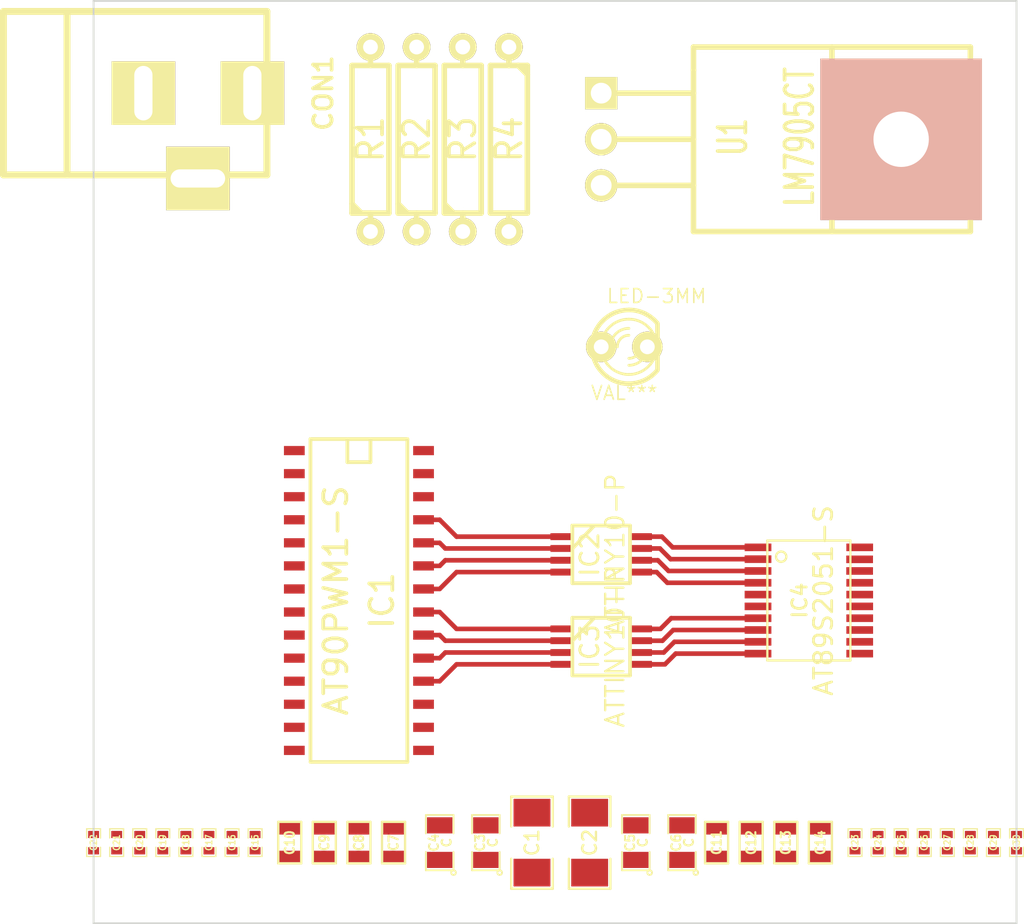
<source format=kicad_pcb>
(kicad_pcb (version 3) (host pcbnew "(2013-07-07 BZR 4022)-stable")

  (general
    (links 22)
    (no_connects 7)
    (area 177.749999 91.389999 228.650001 142.290001)
    (thickness 1.6)
    (drawings 4)
    (tracks 48)
    (zones 0)
    (modules 41)
    (nets 20)
  )

  (page A3)
  (layers
    (15 F.Cu signal)
    (0 B.Cu signal)
    (16 B.Adhes user)
    (17 F.Adhes user)
    (18 B.Paste user)
    (19 F.Paste user)
    (20 B.SilkS user)
    (21 F.SilkS user)
    (22 B.Mask user)
    (23 F.Mask user)
    (24 Dwgs.User user)
    (25 Cmts.User user)
    (26 Eco1.User user)
    (27 Eco2.User user)
    (28 Edge.Cuts user)
  )

  (setup
    (last_trace_width 0.254)
    (trace_clearance 0.254)
    (zone_clearance 0.508)
    (zone_45_only no)
    (trace_min 0.254)
    (segment_width 0.2)
    (edge_width 0.1)
    (via_size 0.889)
    (via_drill 0.635)
    (via_min_size 0.889)
    (via_min_drill 0.508)
    (uvia_size 0.508)
    (uvia_drill 0.127)
    (uvias_allowed no)
    (uvia_min_size 0.508)
    (uvia_min_drill 0.127)
    (pcb_text_width 0.3)
    (pcb_text_size 1.5 1.5)
    (mod_edge_width 0.15)
    (mod_text_size 1 1)
    (mod_text_width 0.15)
    (pad_size 1.5 1.5)
    (pad_drill 0.6)
    (pad_to_mask_clearance 0)
    (aux_axis_origin 0 0)
    (visible_elements FFFFFFBF)
    (pcbplotparams
      (layerselection 3178497)
      (usegerberextensions true)
      (excludeedgelayer true)
      (linewidth 0.150000)
      (plotframeref false)
      (viasonmask false)
      (mode 1)
      (useauxorigin false)
      (hpglpennumber 1)
      (hpglpenspeed 20)
      (hpglpendiameter 15)
      (hpglpenoverlay 2)
      (psnegative false)
      (psa4output false)
      (plotreference true)
      (plotvalue true)
      (plotothertext true)
      (plotinvisibletext false)
      (padsonsilk false)
      (subtractmaskfromsilk false)
      (outputformat 1)
      (mirror false)
      (drillshape 1)
      (scaleselection 1)
      (outputdirectory ""))
  )

  (net 0 "")
  (net 1 GND)
  (net 2 N-000001)
  (net 3 N-0000014)
  (net 4 N-0000015)
  (net 5 N-0000016)
  (net 6 N-0000018)
  (net 7 N-0000019)
  (net 8 N-000002)
  (net 9 N-0000020)
  (net 10 N-0000021)
  (net 11 N-0000022)
  (net 12 N-0000023)
  (net 13 N-0000057)
  (net 14 N-0000058)
  (net 15 N-0000059)
  (net 16 N-0000084)
  (net 17 N-0000086)
  (net 18 N-0000087)
  (net 19 N-0000090)

  (net_class Default "This is the default net class."
    (clearance 0.254)
    (trace_width 0.254)
    (via_dia 0.889)
    (via_drill 0.635)
    (uvia_dia 0.508)
    (uvia_drill 0.127)
    (add_net "")
    (add_net GND)
    (add_net N-000001)
    (add_net N-0000014)
    (add_net N-0000015)
    (add_net N-0000016)
    (add_net N-0000018)
    (add_net N-0000019)
    (add_net N-000002)
    (add_net N-0000020)
    (add_net N-0000021)
    (add_net N-0000022)
    (add_net N-0000023)
    (add_net N-0000057)
    (add_net N-0000058)
    (add_net N-0000059)
    (add_net N-0000084)
    (add_net N-0000086)
    (add_net N-0000087)
    (add_net N-0000090)
  )

  (module SM0402 (layer F.Cu) (tedit 50A4E0BA) (tstamp 52F2E19E)
    (at 228.6 137.795 90)
    (path /52E254EA)
    (attr smd)
    (fp_text reference C30 (at 0 0 90) (layer F.SilkS)
      (effects (font (size 0.35052 0.3048) (thickness 0.07112)))
    )
    (fp_text value C (at 0.09906 0 90) (layer F.SilkS) hide
      (effects (font (size 0.35052 0.3048) (thickness 0.07112)))
    )
    (fp_line (start -0.254 -0.381) (end -0.762 -0.381) (layer F.SilkS) (width 0.07112))
    (fp_line (start -0.762 -0.381) (end -0.762 0.381) (layer F.SilkS) (width 0.07112))
    (fp_line (start -0.762 0.381) (end -0.254 0.381) (layer F.SilkS) (width 0.07112))
    (fp_line (start 0.254 -0.381) (end 0.762 -0.381) (layer F.SilkS) (width 0.07112))
    (fp_line (start 0.762 -0.381) (end 0.762 0.381) (layer F.SilkS) (width 0.07112))
    (fp_line (start 0.762 0.381) (end 0.254 0.381) (layer F.SilkS) (width 0.07112))
    (pad 1 smd rect (at -0.44958 0 90) (size 0.39878 0.59944)
      (layers F.Cu F.Paste F.Mask)
    )
    (pad 2 smd rect (at 0.44958 0 90) (size 0.39878 0.59944)
      (layers F.Cu F.Paste F.Mask)
    )
    (model smd\chip_cms.wrl
      (at (xyz 0 0 0.002))
      (scale (xyz 0.05 0.05 0.05))
      (rotate (xyz 0 0 0))
    )
  )

  (module R4 (layer F.Cu) (tedit 200000) (tstamp 52EFDD86)
    (at 200.66 99.06 270)
    (descr "Resitance 4 pas")
    (tags R)
    (path /52E230CA)
    (autoplace_cost180 10)
    (fp_text reference R4 (at 0 0 270) (layer F.SilkS)
      (effects (font (size 1.397 1.27) (thickness 0.2032)))
    )
    (fp_text value R (at 0 0 270) (layer F.SilkS) hide
      (effects (font (size 1.397 1.27) (thickness 0.2032)))
    )
    (fp_line (start -5.08 0) (end -4.064 0) (layer F.SilkS) (width 0.3048))
    (fp_line (start -4.064 0) (end -4.064 -1.016) (layer F.SilkS) (width 0.3048))
    (fp_line (start -4.064 -1.016) (end 4.064 -1.016) (layer F.SilkS) (width 0.3048))
    (fp_line (start 4.064 -1.016) (end 4.064 1.016) (layer F.SilkS) (width 0.3048))
    (fp_line (start 4.064 1.016) (end -4.064 1.016) (layer F.SilkS) (width 0.3048))
    (fp_line (start -4.064 1.016) (end -4.064 0) (layer F.SilkS) (width 0.3048))
    (fp_line (start -4.064 -0.508) (end -3.556 -1.016) (layer F.SilkS) (width 0.3048))
    (fp_line (start 5.08 0) (end 4.064 0) (layer F.SilkS) (width 0.3048))
    (pad 1 thru_hole circle (at -5.08 0 270) (size 1.524 1.524) (drill 0.8128)
      (layers *.Cu *.Mask F.SilkS)
      (net 18 N-0000087)
    )
    (pad 2 thru_hole circle (at 5.08 0 270) (size 1.524 1.524) (drill 0.8128)
      (layers *.Cu *.Mask F.SilkS)
      (net 1 GND)
    )
    (model discret/resistor.wrl
      (at (xyz 0 0 0))
      (scale (xyz 0.4 0.4 0.4))
      (rotate (xyz 0 0 0))
    )
  )

  (module LED-3MM (layer F.Cu) (tedit 50ADE848) (tstamp 52F03AB4)
    (at 207.01 110.49)
    (descr "LED 3mm - Lead pitch 100mil (2,54mm)")
    (tags "LED led 3mm 3MM 100mil 2,54mm")
    (fp_text reference LED-3MM (at 1.778 -2.794) (layer F.SilkS)
      (effects (font (size 0.762 0.762) (thickness 0.0889)))
    )
    (fp_text value VAL*** (at 0 2.54) (layer F.SilkS)
      (effects (font (size 0.762 0.762) (thickness 0.0889)))
    )
    (fp_line (start 1.8288 1.27) (end 1.8288 -1.27) (layer F.SilkS) (width 0.254))
    (fp_arc (start 0.254 0) (end -1.27 0) (angle 39.8) (layer F.SilkS) (width 0.1524))
    (fp_arc (start 0.254 0) (end -0.88392 1.01092) (angle 41.6) (layer F.SilkS) (width 0.1524))
    (fp_arc (start 0.254 0) (end 1.4097 -0.9906) (angle 40.6) (layer F.SilkS) (width 0.1524))
    (fp_arc (start 0.254 0) (end 1.778 0) (angle 39.8) (layer F.SilkS) (width 0.1524))
    (fp_arc (start 0.254 0) (end 0.254 -1.524) (angle 54.4) (layer F.SilkS) (width 0.1524))
    (fp_arc (start 0.254 0) (end -0.9652 -0.9144) (angle 53.1) (layer F.SilkS) (width 0.1524))
    (fp_arc (start 0.254 0) (end 1.45542 0.93472) (angle 52.1) (layer F.SilkS) (width 0.1524))
    (fp_arc (start 0.254 0) (end 0.254 1.524) (angle 52.1) (layer F.SilkS) (width 0.1524))
    (fp_arc (start 0.254 0) (end -0.381 0) (angle 90) (layer F.SilkS) (width 0.1524))
    (fp_arc (start 0.254 0) (end -0.762 0) (angle 90) (layer F.SilkS) (width 0.1524))
    (fp_arc (start 0.254 0) (end 0.889 0) (angle 90) (layer F.SilkS) (width 0.1524))
    (fp_arc (start 0.254 0) (end 1.27 0) (angle 90) (layer F.SilkS) (width 0.1524))
    (fp_arc (start 0.254 0) (end 0.254 -2.032) (angle 50.1) (layer F.SilkS) (width 0.254))
    (fp_arc (start 0.254 0) (end -1.5367 -0.95504) (angle 61.9) (layer F.SilkS) (width 0.254))
    (fp_arc (start 0.254 0) (end 1.8034 1.31064) (angle 49.7) (layer F.SilkS) (width 0.254))
    (fp_arc (start 0.254 0) (end 0.254 2.032) (angle 60.2) (layer F.SilkS) (width 0.254))
    (fp_arc (start 0.254 0) (end -1.778 0) (angle 28.3) (layer F.SilkS) (width 0.254))
    (fp_arc (start 0.254 0) (end -1.47574 1.06426) (angle 31.6) (layer F.SilkS) (width 0.254))
    (pad 1 thru_hole circle (at -1.27 0) (size 1.6764 1.6764) (drill 0.8128)
      (layers *.Cu *.Mask F.SilkS)
    )
    (pad 2 thru_hole circle (at 1.27 0) (size 1.6764 1.6764) (drill 0.8128)
      (layers *.Cu *.Mask F.SilkS)
    )
    (model discret/leds/led3_vertical_verde.wrl
      (at (xyz 0 0 0))
      (scale (xyz 1 1 1))
      (rotate (xyz 0 0 0))
    )
  )

  (module R4 (layer F.Cu) (tedit 200000) (tstamp 52F27920)
    (at 193.04 99.06 90)
    (descr "Resitance 4 pas")
    (tags R)
    (path /52E2309A)
    (autoplace_cost180 10)
    (fp_text reference R1 (at 0 0 90) (layer F.SilkS)
      (effects (font (size 1.397 1.27) (thickness 0.2032)))
    )
    (fp_text value R (at 0 0 90) (layer F.SilkS) hide
      (effects (font (size 1.397 1.27) (thickness 0.2032)))
    )
    (fp_line (start -5.08 0) (end -4.064 0) (layer F.SilkS) (width 0.3048))
    (fp_line (start -4.064 0) (end -4.064 -1.016) (layer F.SilkS) (width 0.3048))
    (fp_line (start -4.064 -1.016) (end 4.064 -1.016) (layer F.SilkS) (width 0.3048))
    (fp_line (start 4.064 -1.016) (end 4.064 1.016) (layer F.SilkS) (width 0.3048))
    (fp_line (start 4.064 1.016) (end -4.064 1.016) (layer F.SilkS) (width 0.3048))
    (fp_line (start -4.064 1.016) (end -4.064 0) (layer F.SilkS) (width 0.3048))
    (fp_line (start -4.064 -0.508) (end -3.556 -1.016) (layer F.SilkS) (width 0.3048))
    (fp_line (start 5.08 0) (end 4.064 0) (layer F.SilkS) (width 0.3048))
    (pad 1 thru_hole circle (at -5.08 0 90) (size 1.524 1.524) (drill 0.8128)
      (layers *.Cu *.Mask F.SilkS)
      (net 17 N-0000086)
    )
    (pad 2 thru_hole circle (at 5.08 0 90) (size 1.524 1.524) (drill 0.8128)
      (layers *.Cu *.Mask F.SilkS)
      (net 1 GND)
    )
    (model discret/resistor.wrl
      (at (xyz 0 0 0))
      (scale (xyz 0.4 0.4 0.4))
      (rotate (xyz 0 0 0))
    )
  )

  (module R4 (layer F.Cu) (tedit 200000) (tstamp 52F2792E)
    (at 195.58 99.06 90)
    (descr "Resitance 4 pas")
    (tags R)
    (path /52E230ED)
    (autoplace_cost180 10)
    (fp_text reference R2 (at 0 0 90) (layer F.SilkS)
      (effects (font (size 1.397 1.27) (thickness 0.2032)))
    )
    (fp_text value R (at 0 0 90) (layer F.SilkS) hide
      (effects (font (size 1.397 1.27) (thickness 0.2032)))
    )
    (fp_line (start -5.08 0) (end -4.064 0) (layer F.SilkS) (width 0.3048))
    (fp_line (start -4.064 0) (end -4.064 -1.016) (layer F.SilkS) (width 0.3048))
    (fp_line (start -4.064 -1.016) (end 4.064 -1.016) (layer F.SilkS) (width 0.3048))
    (fp_line (start 4.064 -1.016) (end 4.064 1.016) (layer F.SilkS) (width 0.3048))
    (fp_line (start 4.064 1.016) (end -4.064 1.016) (layer F.SilkS) (width 0.3048))
    (fp_line (start -4.064 1.016) (end -4.064 0) (layer F.SilkS) (width 0.3048))
    (fp_line (start -4.064 -0.508) (end -3.556 -1.016) (layer F.SilkS) (width 0.3048))
    (fp_line (start 5.08 0) (end 4.064 0) (layer F.SilkS) (width 0.3048))
    (pad 1 thru_hole circle (at -5.08 0 90) (size 1.524 1.524) (drill 0.8128)
      (layers *.Cu *.Mask F.SilkS)
      (net 1 GND)
    )
    (pad 2 thru_hole circle (at 5.08 0 90) (size 1.524 1.524) (drill 0.8128)
      (layers *.Cu *.Mask F.SilkS)
      (net 1 GND)
    )
    (model discret/resistor.wrl
      (at (xyz 0 0 0))
      (scale (xyz 0.4 0.4 0.4))
      (rotate (xyz 0 0 0))
    )
  )

  (module R4 (layer F.Cu) (tedit 200000) (tstamp 52F2793C)
    (at 198.12 99.06 90)
    (descr "Resitance 4 pas")
    (tags R)
    (path /52E230F3)
    (autoplace_cost180 10)
    (fp_text reference R3 (at 0 0 90) (layer F.SilkS)
      (effects (font (size 1.397 1.27) (thickness 0.2032)))
    )
    (fp_text value R (at 0 0 90) (layer F.SilkS) hide
      (effects (font (size 1.397 1.27) (thickness 0.2032)))
    )
    (fp_line (start -5.08 0) (end -4.064 0) (layer F.SilkS) (width 0.3048))
    (fp_line (start -4.064 0) (end -4.064 -1.016) (layer F.SilkS) (width 0.3048))
    (fp_line (start -4.064 -1.016) (end 4.064 -1.016) (layer F.SilkS) (width 0.3048))
    (fp_line (start 4.064 -1.016) (end 4.064 1.016) (layer F.SilkS) (width 0.3048))
    (fp_line (start 4.064 1.016) (end -4.064 1.016) (layer F.SilkS) (width 0.3048))
    (fp_line (start -4.064 1.016) (end -4.064 0) (layer F.SilkS) (width 0.3048))
    (fp_line (start -4.064 -0.508) (end -3.556 -1.016) (layer F.SilkS) (width 0.3048))
    (fp_line (start 5.08 0) (end 4.064 0) (layer F.SilkS) (width 0.3048))
    (pad 1 thru_hole circle (at -5.08 0 90) (size 1.524 1.524) (drill 0.8128)
      (layers *.Cu *.Mask F.SilkS)
      (net 1 GND)
    )
    (pad 2 thru_hole circle (at 5.08 0 90) (size 1.524 1.524) (drill 0.8128)
      (layers *.Cu *.Mask F.SilkS)
      (net 1 GND)
    )
    (model discret/resistor.wrl
      (at (xyz 0 0 0))
      (scale (xyz 0.4 0.4 0.4))
      (rotate (xyz 0 0 0))
    )
  )

  (module BARREL_JACK (layer F.Cu) (tedit 505F99C2) (tstamp 52F27948)
    (at 180.34 96.52)
    (descr "DC Barrel Jack")
    (tags "Power Jack")
    (path /52E22770)
    (fp_text reference CON1 (at 10.09904 0 90) (layer F.SilkS)
      (effects (font (size 1.016 1.016) (thickness 0.2032)))
    )
    (fp_text value BARREL_JACK (at 0 -5.99948) (layer F.SilkS) hide
      (effects (font (size 1.016 1.016) (thickness 0.2032)))
    )
    (fp_line (start -4.0005 -4.50088) (end -4.0005 4.50088) (layer F.SilkS) (width 0.381))
    (fp_line (start -7.50062 -4.50088) (end -7.50062 4.50088) (layer F.SilkS) (width 0.381))
    (fp_line (start -7.50062 4.50088) (end 7.00024 4.50088) (layer F.SilkS) (width 0.381))
    (fp_line (start 7.00024 4.50088) (end 7.00024 -4.50088) (layer F.SilkS) (width 0.381))
    (fp_line (start 7.00024 -4.50088) (end -7.50062 -4.50088) (layer F.SilkS) (width 0.381))
    (pad 1 thru_hole rect (at 6.20014 0) (size 3.50012 3.50012) (drill oval 1.00076 2.99974)
      (layers *.Cu *.Mask F.SilkS)
      (net 16 N-0000084)
    )
    (pad 2 thru_hole rect (at 0.20066 0) (size 3.50012 3.50012) (drill oval 1.00076 2.99974)
      (layers *.Cu *.Mask F.SilkS)
      (net 1 GND)
    )
    (pad 3 thru_hole rect (at 3.2004 4.699) (size 3.50012 3.50012) (drill oval 2.99974 1.00076)
      (layers *.Cu *.Mask F.SilkS)
      (net 1 GND)
    )
  )

  (module LM79XX (layer F.Cu) (tedit 200000) (tstamp 52F279BC)
    (at 205.74 99.06)
    (descr "Regulateur TO220 serie LM79xx")
    (tags "TR TO220")
    (path /52E22EA7)
    (fp_text reference U1 (at 7.239 -0.127 90) (layer F.SilkS)
      (effects (font (size 1.524 1.016) (thickness 0.2032)))
    )
    (fp_text value LM7905CT (at 10.922 -0.127 90) (layer F.SilkS)
      (effects (font (size 1.524 1.016) (thickness 0.2032)))
    )
    (fp_line (start 0 -2.54) (end 5.08 -2.54) (layer F.SilkS) (width 0.3048))
    (fp_line (start 0 0) (end 5.08 0) (layer F.SilkS) (width 0.3048))
    (fp_line (start 0 2.54) (end 5.08 2.54) (layer F.SilkS) (width 0.3048))
    (fp_line (start 5.08 -3.81) (end 5.08 5.08) (layer F.SilkS) (width 0.3048))
    (fp_line (start 5.08 5.08) (end 20.32 5.08) (layer F.SilkS) (width 0.3048))
    (fp_line (start 20.32 5.08) (end 20.32 -5.08) (layer F.SilkS) (width 0.3048))
    (fp_line (start 20.32 -5.08) (end 5.08 -5.08) (layer F.SilkS) (width 0.3048))
    (fp_line (start 5.08 -5.08) (end 5.08 -3.81) (layer F.SilkS) (width 0.3048))
    (fp_line (start 12.7 3.81) (end 12.7 -5.08) (layer F.SilkS) (width 0.3048))
    (fp_line (start 12.7 3.81) (end 12.7 5.08) (layer F.SilkS) (width 0.3048))
    (pad VO thru_hole circle (at 0 2.54) (size 1.778 1.778) (drill 1.143)
      (layers *.Cu *.Mask F.SilkS)
    )
    (pad GND thru_hole rect (at 0 -2.54) (size 1.778 1.778) (drill 1.143)
      (layers *.Cu *.Mask F.SilkS)
    )
    (pad VI thru_hole circle (at 0 0) (size 1.778 1.778) (drill 1.143)
      (layers *.Cu *.Mask F.SilkS)
    )
    (pad 4 thru_hole rect (at 16.51 0) (size 8.89 8.89) (drill 3.048)
      (layers *.Cu *.SilkS *.Mask)
    )
    (model discret/to220_horiz.wrl
      (at (xyz 0 0 0))
      (scale (xyz 1 1 1))
      (rotate (xyz 0 0 0))
    )
  )

  (module S0IC28N (layer F.Cu) (tedit 200000) (tstamp 52F27B9F)
    (at 192.405 124.46 270)
    (descr "Module CMS SOJ 28 pins large")
    (tags "CMS SOJ")
    (path /52E2320A)
    (attr smd)
    (fp_text reference IC1 (at 0 -1.26238 270) (layer F.SilkS)
      (effects (font (size 1.27 1.27) (thickness 0.2032)))
    )
    (fp_text value AT90PWM1-S (at 0 1.27 270) (layer F.SilkS)
      (effects (font (size 1.27 1.27) (thickness 0.2032)))
    )
    (fp_line (start 8.763 2.667) (end -8.89 2.667) (layer F.SilkS) (width 0.2032))
    (fp_line (start -8.89 -2.667) (end 8.89 -2.667) (layer F.SilkS) (width 0.2032))
    (fp_line (start 8.89 2.667) (end 8.89 -2.667) (layer F.SilkS) (width 0.2032))
    (fp_line (start -8.89 -2.667) (end -8.89 2.667) (layer F.SilkS) (width 0.2032))
    (fp_line (start -8.89 -0.635) (end -7.62 -0.635) (layer F.SilkS) (width 0.2032))
    (fp_line (start -7.62 -0.635) (end -7.62 0.635) (layer F.SilkS) (width 0.2032))
    (fp_line (start -7.62 0.635) (end -8.89 0.635) (layer F.SilkS) (width 0.2032))
    (pad 1 smd rect (at -8.255 3.556 270) (size 0.508 1.143)
      (layers F.Cu F.Paste F.Mask)
    )
    (pad 2 smd rect (at -6.985 3.556 270) (size 0.508 1.143)
      (layers F.Cu F.Paste F.Mask)
    )
    (pad 3 smd rect (at -5.715 3.556 270) (size 0.508 1.143)
      (layers F.Cu F.Paste F.Mask)
    )
    (pad 4 smd rect (at -4.445 3.556 270) (size 0.508 1.143)
      (layers F.Cu F.Paste F.Mask)
    )
    (pad 5 smd rect (at -3.175 3.556 270) (size 0.508 1.143)
      (layers F.Cu F.Paste F.Mask)
    )
    (pad 6 smd rect (at -1.905 3.556 270) (size 0.508 1.143)
      (layers F.Cu F.Paste F.Mask)
    )
    (pad 7 smd rect (at -0.635 3.556 270) (size 0.508 1.143)
      (layers F.Cu F.Paste F.Mask)
    )
    (pad 8 smd rect (at 0.635 3.556 270) (size 0.508 1.143)
      (layers F.Cu F.Paste F.Mask)
    )
    (pad 9 smd rect (at 1.905 3.556 270) (size 0.508 1.143)
      (layers F.Cu F.Paste F.Mask)
    )
    (pad 10 smd rect (at 3.175 3.556 270) (size 0.508 1.143)
      (layers F.Cu F.Paste F.Mask)
    )
    (pad 11 smd rect (at 4.445 3.556 270) (size 0.508 1.143)
      (layers F.Cu F.Paste F.Mask)
    )
    (pad 12 smd rect (at 5.715 3.556 270) (size 0.508 1.143)
      (layers F.Cu F.Paste F.Mask)
    )
    (pad 13 smd rect (at 6.985 3.556 270) (size 0.508 1.143)
      (layers F.Cu F.Paste F.Mask)
    )
    (pad 14 smd rect (at 8.255 3.556 270) (size 0.508 1.143)
      (layers F.Cu F.Paste F.Mask)
    )
    (pad 15 smd rect (at 8.255 -3.556 270) (size 0.508 1.143)
      (layers F.Cu F.Paste F.Mask)
    )
    (pad 16 smd rect (at 6.985 -3.556 270) (size 0.508 1.143)
      (layers F.Cu F.Paste F.Mask)
    )
    (pad 17 smd rect (at 5.715 -3.556 270) (size 0.508 1.143)
      (layers F.Cu F.Paste F.Mask)
    )
    (pad 18 smd rect (at 4.445 -3.556 270) (size 0.508 1.143)
      (layers F.Cu F.Paste F.Mask)
      (net 12 N-0000023)
    )
    (pad 19 smd rect (at 3.175 -3.556 270) (size 0.508 1.143)
      (layers F.Cu F.Paste F.Mask)
      (net 11 N-0000022)
    )
    (pad 20 smd rect (at 1.905 -3.556 270) (size 0.508 1.143)
      (layers F.Cu F.Paste F.Mask)
      (net 19 N-0000090)
    )
    (pad 21 smd rect (at 0.635 -3.556 270) (size 0.508 1.143)
      (layers F.Cu F.Paste F.Mask)
      (net 10 N-0000021)
    )
    (pad 22 smd rect (at -0.635 -3.556 270) (size 0.508 1.143)
      (layers F.Cu F.Paste F.Mask)
      (net 6 N-0000018)
    )
    (pad 23 smd rect (at -1.905 -3.556 270) (size 0.508 1.143)
      (layers F.Cu F.Paste F.Mask)
      (net 7 N-0000019)
    )
    (pad 24 smd rect (at -3.175 -3.556 270) (size 0.508 1.143)
      (layers F.Cu F.Paste F.Mask)
      (net 9 N-0000020)
    )
    (pad 25 smd rect (at -4.445 -3.556 270) (size 0.508 1.143)
      (layers F.Cu F.Paste F.Mask)
    )
    (pad 26 smd rect (at -5.715 -3.556 270) (size 0.508 1.143)
      (layers F.Cu F.Paste F.Mask)
    )
    (pad 27 smd rect (at -6.985 -3.556 270) (size 0.508 1.143)
      (layers F.Cu F.Paste F.Mask)
    )
    (pad 28 smd rect (at -8.255 -3.556 270) (size 0.508 1.143)
      (layers F.Cu F.Paste F.Mask)
    )
  )

  (module MSOP_8 (layer F.Cu) (tedit 48A96A8A) (tstamp 52F27C07)
    (at 205.74 121.92 270)
    (path /52E23757)
    (fp_text reference IC2 (at 0 0.635 270) (layer F.SilkS)
      (effects (font (size 1.00076 1.00076) (thickness 0.1524)))
    )
    (fp_text value ATTINY10-P (at 0 -0.762 270) (layer F.SilkS)
      (effects (font (size 1.00076 1.00076) (thickness 0.127)))
    )
    (fp_line (start -0.3175 1.5875) (end -1.5875 0.381) (layer F.SilkS) (width 0.2032))
    (fp_line (start -1.5875 1.5875) (end 1.5875 1.5875) (layer F.SilkS) (width 0.2032))
    (fp_line (start 1.5875 1.5875) (end 1.5875 -1.5875) (layer F.SilkS) (width 0.2032))
    (fp_line (start 1.5875 -1.5875) (end -1.5875 -1.5875) (layer F.SilkS) (width 0.2032))
    (fp_line (start -1.5875 -1.5875) (end -1.5875 1.5875) (layer F.SilkS) (width 0.2032))
    (pad 1 smd rect (at -0.97536 2.159 270) (size 0.381 1.27)
      (layers F.Cu F.Paste F.Mask)
    )
    (pad 2 smd rect (at -0.32512 2.159 270) (size 0.381 1.27)
      (layers F.Cu F.Paste F.Mask)
      (net 9 N-0000020)
    )
    (pad 3 smd rect (at 0.32512 2.159 270) (size 0.381 1.27)
      (layers F.Cu F.Paste F.Mask)
      (net 7 N-0000019)
    )
    (pad 4 smd rect (at 0.97536 2.159 270) (size 0.381 1.27)
      (layers F.Cu F.Paste F.Mask)
      (net 6 N-0000018)
    )
    (pad 5 smd rect (at 0.97536 -2.159 270) (size 0.381 1.27)
      (layers F.Cu F.Paste F.Mask)
      (net 5 N-0000016)
    )
    (pad 6 smd rect (at 0.32512 -2.159 270) (size 0.381 1.27)
      (layers F.Cu F.Paste F.Mask)
      (net 4 N-0000015)
    )
    (pad 7 smd rect (at -0.32512 -2.159 270) (size 0.381 1.27)
      (layers F.Cu F.Paste F.Mask)
      (net 3 N-0000014)
    )
    (pad 8 smd rect (at -0.97536 -2.159 270) (size 0.381 1.27)
      (layers F.Cu F.Paste F.Mask)
      (net 2 N-000001)
    )
    (model smd/MSOP_8.wrl
      (at (xyz 0 0 0.001))
      (scale (xyz 0.3937 0.3937 0.3937))
      (rotate (xyz 0 0 0))
    )
  )

  (module MSOP_8 (layer F.Cu) (tedit 48A96A8A) (tstamp 52F27C18)
    (at 205.74 127 270)
    (path /52E23863)
    (fp_text reference IC3 (at 0 0.635 270) (layer F.SilkS)
      (effects (font (size 1.00076 1.00076) (thickness 0.1524)))
    )
    (fp_text value ATTINY10-P (at 0 -0.762 270) (layer F.SilkS)
      (effects (font (size 1.00076 1.00076) (thickness 0.127)))
    )
    (fp_line (start -0.3175 1.5875) (end -1.5875 0.381) (layer F.SilkS) (width 0.2032))
    (fp_line (start -1.5875 1.5875) (end 1.5875 1.5875) (layer F.SilkS) (width 0.2032))
    (fp_line (start 1.5875 1.5875) (end 1.5875 -1.5875) (layer F.SilkS) (width 0.2032))
    (fp_line (start 1.5875 -1.5875) (end -1.5875 -1.5875) (layer F.SilkS) (width 0.2032))
    (fp_line (start -1.5875 -1.5875) (end -1.5875 1.5875) (layer F.SilkS) (width 0.2032))
    (pad 1 smd rect (at -0.97536 2.159 270) (size 0.381 1.27)
      (layers F.Cu F.Paste F.Mask)
      (net 10 N-0000021)
    )
    (pad 2 smd rect (at -0.32512 2.159 270) (size 0.381 1.27)
      (layers F.Cu F.Paste F.Mask)
      (net 19 N-0000090)
    )
    (pad 3 smd rect (at 0.32512 2.159 270) (size 0.381 1.27)
      (layers F.Cu F.Paste F.Mask)
      (net 11 N-0000022)
    )
    (pad 4 smd rect (at 0.97536 2.159 270) (size 0.381 1.27)
      (layers F.Cu F.Paste F.Mask)
      (net 12 N-0000023)
    )
    (pad 5 smd rect (at 0.97536 -2.159 270) (size 0.381 1.27)
      (layers F.Cu F.Paste F.Mask)
      (net 15 N-0000059)
    )
    (pad 6 smd rect (at 0.32512 -2.159 270) (size 0.381 1.27)
      (layers F.Cu F.Paste F.Mask)
      (net 14 N-0000058)
    )
    (pad 7 smd rect (at -0.32512 -2.159 270) (size 0.381 1.27)
      (layers F.Cu F.Paste F.Mask)
      (net 13 N-0000057)
    )
    (pad 8 smd rect (at -0.97536 -2.159 270) (size 0.381 1.27)
      (layers F.Cu F.Paste F.Mask)
      (net 8 N-000002)
    )
    (model smd/MSOP_8.wrl
      (at (xyz 0 0 0.001))
      (scale (xyz 0.3937 0.3937 0.3937))
      (rotate (xyz 0 0 0))
    )
  )

  (module tssop-20 (layer F.Cu) (tedit 50BDFA70) (tstamp 52F2E039)
    (at 217.17 124.46 270)
    (descr TSSOP-20)
    (path /52E2481B)
    (attr smd)
    (fp_text reference IC4 (at 0 0.508 270) (layer F.SilkS)
      (effects (font (size 0.8001 0.8001) (thickness 0.14986)))
    )
    (fp_text value AT89S2051-S (at 0 -0.8001 270) (layer F.SilkS)
      (effects (font (size 1.00076 1.00076) (thickness 0.14986)))
    )
    (fp_line (start 3.302 -2.286) (end -3.302 -2.286) (layer F.SilkS) (width 0.127))
    (fp_line (start -3.302 -2.286) (end -3.302 2.286) (layer F.SilkS) (width 0.127))
    (fp_line (start -3.302 2.286) (end 3.302 2.286) (layer F.SilkS) (width 0.127))
    (fp_line (start 3.302 2.286) (end 3.302 -2.286) (layer F.SilkS) (width 0.127))
    (fp_circle (center -2.413 1.524) (end -2.54 1.778) (layer F.SilkS) (width 0.127))
    (pad 5 smd rect (at -0.32512 2.79908 270) (size 0.4191 1.47066)
      (layers F.Cu F.Paste F.Mask)
    )
    (pad 6 smd rect (at 0.32512 2.79908 270) (size 0.4191 1.47066)
      (layers F.Cu F.Paste F.Mask)
    )
    (pad 7 smd rect (at 0.97536 2.79908 270) (size 0.4191 1.47066)
      (layers F.Cu F.Paste F.Mask)
      (net 8 N-000002)
    )
    (pad 8 smd rect (at 1.6256 2.79908 270) (size 0.4191 1.47066)
      (layers F.Cu F.Paste F.Mask)
      (net 13 N-0000057)
    )
    (pad 19 smd rect (at -2.26568 -2.794 270) (size 0.4191 1.47066)
      (layers F.Cu F.Paste F.Mask)
    )
    (pad 2 smd rect (at -2.27584 2.79908 270) (size 0.4191 1.47066)
      (layers F.Cu F.Paste F.Mask)
      (net 3 N-0000014)
    )
    (pad 3 smd rect (at -1.6256 2.79908 270) (size 0.4191 1.47066)
      (layers F.Cu F.Paste F.Mask)
      (net 4 N-0000015)
    )
    (pad 4 smd rect (at -0.97536 2.79908 270) (size 0.4191 1.47066)
      (layers F.Cu F.Paste F.Mask)
      (net 5 N-0000016)
    )
    (pad 12 smd rect (at 2.27584 -2.79908 270) (size 0.4191 1.47066)
      (layers F.Cu F.Paste F.Mask)
    )
    (pad 13 smd rect (at 1.6256 -2.79908 270) (size 0.4191 1.47066)
      (layers F.Cu F.Paste F.Mask)
    )
    (pad 14 smd rect (at 0.97536 -2.79908 270) (size 0.4191 1.47066)
      (layers F.Cu F.Paste F.Mask)
    )
    (pad 15 smd rect (at 0.32512 -2.79908 270) (size 0.4191 1.47066)
      (layers F.Cu F.Paste F.Mask)
    )
    (pad 16 smd rect (at -0.32512 -2.79908 270) (size 0.4191 1.47066)
      (layers F.Cu F.Paste F.Mask)
    )
    (pad 17 smd rect (at -0.97536 -2.79908 270) (size 0.4191 1.47066)
      (layers F.Cu F.Paste F.Mask)
    )
    (pad 9 smd rect (at 2.27584 2.79908 270) (size 0.4191 1.47066)
      (layers F.Cu F.Paste F.Mask)
      (net 14 N-0000058)
    )
    (pad 18 smd rect (at -1.6256 -2.794 270) (size 0.4191 1.47066)
      (layers F.Cu F.Paste F.Mask)
    )
    (pad 1 smd rect (at -2.92608 2.79908 270) (size 0.4191 1.47066)
      (layers F.Cu F.Paste F.Mask)
      (net 2 N-000001)
    )
    (pad 10 smd rect (at 2.92608 2.79908 270) (size 0.4191 1.47066)
      (layers F.Cu F.Paste F.Mask)
      (net 15 N-0000059)
    )
    (pad 11 smd rect (at 2.92608 -2.79908 270) (size 0.4191 1.47066)
      (layers F.Cu F.Paste F.Mask)
    )
    (pad 20 smd rect (at -2.92608 -2.79908 270) (size 0.4191 1.47066)
      (layers F.Cu F.Paste F.Mask)
    )
    (model smd/smd_dil/tssop-20.wrl
      (at (xyz 0 0 0))
      (scale (xyz 1 1 1))
      (rotate (xyz 0 0 0))
    )
  )

  (module SM0603 (layer F.Cu) (tedit 4E43A3D1) (tstamp 52F2E148)
    (at 188.595 137.795 90)
    (path /52E25386)
    (attr smd)
    (fp_text reference C10 (at 0 0 90) (layer F.SilkS)
      (effects (font (size 0.508 0.4572) (thickness 0.1143)))
    )
    (fp_text value C (at 0 0 90) (layer F.SilkS) hide
      (effects (font (size 0.508 0.4572) (thickness 0.1143)))
    )
    (fp_line (start -1.143 -0.635) (end 1.143 -0.635) (layer F.SilkS) (width 0.127))
    (fp_line (start 1.143 -0.635) (end 1.143 0.635) (layer F.SilkS) (width 0.127))
    (fp_line (start 1.143 0.635) (end -1.143 0.635) (layer F.SilkS) (width 0.127))
    (fp_line (start -1.143 0.635) (end -1.143 -0.635) (layer F.SilkS) (width 0.127))
    (pad 1 smd rect (at -0.762 0 90) (size 0.635 1.143)
      (layers F.Cu F.Paste F.Mask)
    )
    (pad 2 smd rect (at 0.762 0 90) (size 0.635 1.143)
      (layers F.Cu F.Paste F.Mask)
    )
    (model smd\resistors\R0603.wrl
      (at (xyz 0 0 0.001))
      (scale (xyz 0.5 0.5 0.5))
      (rotate (xyz 0 0 0))
    )
  )

  (module SM0603 (layer F.Cu) (tedit 4E43A3D1) (tstamp 52F2E152)
    (at 212.09 137.795 90)
    (path /52E2538C)
    (attr smd)
    (fp_text reference C11 (at 0 0 90) (layer F.SilkS)
      (effects (font (size 0.508 0.4572) (thickness 0.1143)))
    )
    (fp_text value C (at 0 0 90) (layer F.SilkS) hide
      (effects (font (size 0.508 0.4572) (thickness 0.1143)))
    )
    (fp_line (start -1.143 -0.635) (end 1.143 -0.635) (layer F.SilkS) (width 0.127))
    (fp_line (start 1.143 -0.635) (end 1.143 0.635) (layer F.SilkS) (width 0.127))
    (fp_line (start 1.143 0.635) (end -1.143 0.635) (layer F.SilkS) (width 0.127))
    (fp_line (start -1.143 0.635) (end -1.143 -0.635) (layer F.SilkS) (width 0.127))
    (pad 1 smd rect (at -0.762 0 90) (size 0.635 1.143)
      (layers F.Cu F.Paste F.Mask)
    )
    (pad 2 smd rect (at 0.762 0 90) (size 0.635 1.143)
      (layers F.Cu F.Paste F.Mask)
    )
    (model smd\resistors\R0603.wrl
      (at (xyz 0 0 0.001))
      (scale (xyz 0.5 0.5 0.5))
      (rotate (xyz 0 0 0))
    )
  )

  (module SM0603 (layer F.Cu) (tedit 4E43A3D1) (tstamp 52F2E15C)
    (at 213.995 137.795 90)
    (path /52E25392)
    (attr smd)
    (fp_text reference C12 (at 0 0 90) (layer F.SilkS)
      (effects (font (size 0.508 0.4572) (thickness 0.1143)))
    )
    (fp_text value C (at 0 0 90) (layer F.SilkS) hide
      (effects (font (size 0.508 0.4572) (thickness 0.1143)))
    )
    (fp_line (start -1.143 -0.635) (end 1.143 -0.635) (layer F.SilkS) (width 0.127))
    (fp_line (start 1.143 -0.635) (end 1.143 0.635) (layer F.SilkS) (width 0.127))
    (fp_line (start 1.143 0.635) (end -1.143 0.635) (layer F.SilkS) (width 0.127))
    (fp_line (start -1.143 0.635) (end -1.143 -0.635) (layer F.SilkS) (width 0.127))
    (pad 1 smd rect (at -0.762 0 90) (size 0.635 1.143)
      (layers F.Cu F.Paste F.Mask)
    )
    (pad 2 smd rect (at 0.762 0 90) (size 0.635 1.143)
      (layers F.Cu F.Paste F.Mask)
    )
    (model smd\resistors\R0603.wrl
      (at (xyz 0 0 0.001))
      (scale (xyz 0.5 0.5 0.5))
      (rotate (xyz 0 0 0))
    )
  )

  (module SM0603 (layer F.Cu) (tedit 4E43A3D1) (tstamp 52F2E166)
    (at 215.9 137.795 90)
    (path /52E25398)
    (attr smd)
    (fp_text reference C13 (at 0 0 90) (layer F.SilkS)
      (effects (font (size 0.508 0.4572) (thickness 0.1143)))
    )
    (fp_text value C (at 0 0 90) (layer F.SilkS) hide
      (effects (font (size 0.508 0.4572) (thickness 0.1143)))
    )
    (fp_line (start -1.143 -0.635) (end 1.143 -0.635) (layer F.SilkS) (width 0.127))
    (fp_line (start 1.143 -0.635) (end 1.143 0.635) (layer F.SilkS) (width 0.127))
    (fp_line (start 1.143 0.635) (end -1.143 0.635) (layer F.SilkS) (width 0.127))
    (fp_line (start -1.143 0.635) (end -1.143 -0.635) (layer F.SilkS) (width 0.127))
    (pad 1 smd rect (at -0.762 0 90) (size 0.635 1.143)
      (layers F.Cu F.Paste F.Mask)
    )
    (pad 2 smd rect (at 0.762 0 90) (size 0.635 1.143)
      (layers F.Cu F.Paste F.Mask)
    )
    (model smd\resistors\R0603.wrl
      (at (xyz 0 0 0.001))
      (scale (xyz 0.5 0.5 0.5))
      (rotate (xyz 0 0 0))
    )
  )

  (module SM0603 (layer F.Cu) (tedit 4E43A3D1) (tstamp 52F2E170)
    (at 217.805 137.795 90)
    (path /52E2539E)
    (attr smd)
    (fp_text reference C14 (at 0 0 90) (layer F.SilkS)
      (effects (font (size 0.508 0.4572) (thickness 0.1143)))
    )
    (fp_text value C (at 0 0 90) (layer F.SilkS) hide
      (effects (font (size 0.508 0.4572) (thickness 0.1143)))
    )
    (fp_line (start -1.143 -0.635) (end 1.143 -0.635) (layer F.SilkS) (width 0.127))
    (fp_line (start 1.143 -0.635) (end 1.143 0.635) (layer F.SilkS) (width 0.127))
    (fp_line (start 1.143 0.635) (end -1.143 0.635) (layer F.SilkS) (width 0.127))
    (fp_line (start -1.143 0.635) (end -1.143 -0.635) (layer F.SilkS) (width 0.127))
    (pad 1 smd rect (at -0.762 0 90) (size 0.635 1.143)
      (layers F.Cu F.Paste F.Mask)
    )
    (pad 2 smd rect (at 0.762 0 90) (size 0.635 1.143)
      (layers F.Cu F.Paste F.Mask)
    )
    (model smd\resistors\R0603.wrl
      (at (xyz 0 0 0.001))
      (scale (xyz 0.5 0.5 0.5))
      (rotate (xyz 0 0 0))
    )
  )

  (module SM0603 (layer F.Cu) (tedit 4E43A3D1) (tstamp 52F2E17A)
    (at 190.5 137.795 90)
    (path /52E25380)
    (attr smd)
    (fp_text reference C9 (at 0 0 90) (layer F.SilkS)
      (effects (font (size 0.508 0.4572) (thickness 0.1143)))
    )
    (fp_text value C (at 0 0 90) (layer F.SilkS) hide
      (effects (font (size 0.508 0.4572) (thickness 0.1143)))
    )
    (fp_line (start -1.143 -0.635) (end 1.143 -0.635) (layer F.SilkS) (width 0.127))
    (fp_line (start 1.143 -0.635) (end 1.143 0.635) (layer F.SilkS) (width 0.127))
    (fp_line (start 1.143 0.635) (end -1.143 0.635) (layer F.SilkS) (width 0.127))
    (fp_line (start -1.143 0.635) (end -1.143 -0.635) (layer F.SilkS) (width 0.127))
    (pad 1 smd rect (at -0.762 0 90) (size 0.635 1.143)
      (layers F.Cu F.Paste F.Mask)
    )
    (pad 2 smd rect (at 0.762 0 90) (size 0.635 1.143)
      (layers F.Cu F.Paste F.Mask)
    )
    (model smd\resistors\R0603.wrl
      (at (xyz 0 0 0.001))
      (scale (xyz 0.5 0.5 0.5))
      (rotate (xyz 0 0 0))
    )
  )

  (module SM0402 (layer F.Cu) (tedit 50A4E0BA) (tstamp 52F2E1AA)
    (at 227.33 137.795 90)
    (path /52E254E4)
    (attr smd)
    (fp_text reference C29 (at 0 0 90) (layer F.SilkS)
      (effects (font (size 0.35052 0.3048) (thickness 0.07112)))
    )
    (fp_text value C (at 0.09906 0 90) (layer F.SilkS) hide
      (effects (font (size 0.35052 0.3048) (thickness 0.07112)))
    )
    (fp_line (start -0.254 -0.381) (end -0.762 -0.381) (layer F.SilkS) (width 0.07112))
    (fp_line (start -0.762 -0.381) (end -0.762 0.381) (layer F.SilkS) (width 0.07112))
    (fp_line (start -0.762 0.381) (end -0.254 0.381) (layer F.SilkS) (width 0.07112))
    (fp_line (start 0.254 -0.381) (end 0.762 -0.381) (layer F.SilkS) (width 0.07112))
    (fp_line (start 0.762 -0.381) (end 0.762 0.381) (layer F.SilkS) (width 0.07112))
    (fp_line (start 0.762 0.381) (end 0.254 0.381) (layer F.SilkS) (width 0.07112))
    (pad 1 smd rect (at -0.44958 0 90) (size 0.39878 0.59944)
      (layers F.Cu F.Paste F.Mask)
    )
    (pad 2 smd rect (at 0.44958 0 90) (size 0.39878 0.59944)
      (layers F.Cu F.Paste F.Mask)
    )
    (model smd\chip_cms.wrl
      (at (xyz 0 0 0.002))
      (scale (xyz 0.05 0.05 0.05))
      (rotate (xyz 0 0 0))
    )
  )

  (module SM0402 (layer F.Cu) (tedit 50A4E0BA) (tstamp 52F2E1B6)
    (at 226.06 137.795 90)
    (path /52E254DE)
    (attr smd)
    (fp_text reference C28 (at 0 0 90) (layer F.SilkS)
      (effects (font (size 0.35052 0.3048) (thickness 0.07112)))
    )
    (fp_text value C (at 0.09906 0 90) (layer F.SilkS) hide
      (effects (font (size 0.35052 0.3048) (thickness 0.07112)))
    )
    (fp_line (start -0.254 -0.381) (end -0.762 -0.381) (layer F.SilkS) (width 0.07112))
    (fp_line (start -0.762 -0.381) (end -0.762 0.381) (layer F.SilkS) (width 0.07112))
    (fp_line (start -0.762 0.381) (end -0.254 0.381) (layer F.SilkS) (width 0.07112))
    (fp_line (start 0.254 -0.381) (end 0.762 -0.381) (layer F.SilkS) (width 0.07112))
    (fp_line (start 0.762 -0.381) (end 0.762 0.381) (layer F.SilkS) (width 0.07112))
    (fp_line (start 0.762 0.381) (end 0.254 0.381) (layer F.SilkS) (width 0.07112))
    (pad 1 smd rect (at -0.44958 0 90) (size 0.39878 0.59944)
      (layers F.Cu F.Paste F.Mask)
    )
    (pad 2 smd rect (at 0.44958 0 90) (size 0.39878 0.59944)
      (layers F.Cu F.Paste F.Mask)
    )
    (model smd\chip_cms.wrl
      (at (xyz 0 0 0.002))
      (scale (xyz 0.05 0.05 0.05))
      (rotate (xyz 0 0 0))
    )
  )

  (module SM0402 (layer F.Cu) (tedit 50A4E0BA) (tstamp 52F2E1C2)
    (at 224.79 137.795 90)
    (path /52E254D8)
    (attr smd)
    (fp_text reference C27 (at 0 0 90) (layer F.SilkS)
      (effects (font (size 0.35052 0.3048) (thickness 0.07112)))
    )
    (fp_text value C (at 0.09906 0 90) (layer F.SilkS) hide
      (effects (font (size 0.35052 0.3048) (thickness 0.07112)))
    )
    (fp_line (start -0.254 -0.381) (end -0.762 -0.381) (layer F.SilkS) (width 0.07112))
    (fp_line (start -0.762 -0.381) (end -0.762 0.381) (layer F.SilkS) (width 0.07112))
    (fp_line (start -0.762 0.381) (end -0.254 0.381) (layer F.SilkS) (width 0.07112))
    (fp_line (start 0.254 -0.381) (end 0.762 -0.381) (layer F.SilkS) (width 0.07112))
    (fp_line (start 0.762 -0.381) (end 0.762 0.381) (layer F.SilkS) (width 0.07112))
    (fp_line (start 0.762 0.381) (end 0.254 0.381) (layer F.SilkS) (width 0.07112))
    (pad 1 smd rect (at -0.44958 0 90) (size 0.39878 0.59944)
      (layers F.Cu F.Paste F.Mask)
    )
    (pad 2 smd rect (at 0.44958 0 90) (size 0.39878 0.59944)
      (layers F.Cu F.Paste F.Mask)
    )
    (model smd\chip_cms.wrl
      (at (xyz 0 0 0.002))
      (scale (xyz 0.05 0.05 0.05))
      (rotate (xyz 0 0 0))
    )
  )

  (module SM0402 (layer F.Cu) (tedit 50A4E0BA) (tstamp 52F2E1CE)
    (at 223.52 137.795 90)
    (path /52E254D2)
    (attr smd)
    (fp_text reference C26 (at 0 0 90) (layer F.SilkS)
      (effects (font (size 0.35052 0.3048) (thickness 0.07112)))
    )
    (fp_text value C (at 0.09906 0 90) (layer F.SilkS) hide
      (effects (font (size 0.35052 0.3048) (thickness 0.07112)))
    )
    (fp_line (start -0.254 -0.381) (end -0.762 -0.381) (layer F.SilkS) (width 0.07112))
    (fp_line (start -0.762 -0.381) (end -0.762 0.381) (layer F.SilkS) (width 0.07112))
    (fp_line (start -0.762 0.381) (end -0.254 0.381) (layer F.SilkS) (width 0.07112))
    (fp_line (start 0.254 -0.381) (end 0.762 -0.381) (layer F.SilkS) (width 0.07112))
    (fp_line (start 0.762 -0.381) (end 0.762 0.381) (layer F.SilkS) (width 0.07112))
    (fp_line (start 0.762 0.381) (end 0.254 0.381) (layer F.SilkS) (width 0.07112))
    (pad 1 smd rect (at -0.44958 0 90) (size 0.39878 0.59944)
      (layers F.Cu F.Paste F.Mask)
    )
    (pad 2 smd rect (at 0.44958 0 90) (size 0.39878 0.59944)
      (layers F.Cu F.Paste F.Mask)
    )
    (model smd\chip_cms.wrl
      (at (xyz 0 0 0.002))
      (scale (xyz 0.05 0.05 0.05))
      (rotate (xyz 0 0 0))
    )
  )

  (module SM0402 (layer F.Cu) (tedit 50A4E0BA) (tstamp 52F2E1DA)
    (at 222.25 137.795 90)
    (path /52E254CC)
    (attr smd)
    (fp_text reference C25 (at 0 0 90) (layer F.SilkS)
      (effects (font (size 0.35052 0.3048) (thickness 0.07112)))
    )
    (fp_text value C (at 0.09906 0 90) (layer F.SilkS) hide
      (effects (font (size 0.35052 0.3048) (thickness 0.07112)))
    )
    (fp_line (start -0.254 -0.381) (end -0.762 -0.381) (layer F.SilkS) (width 0.07112))
    (fp_line (start -0.762 -0.381) (end -0.762 0.381) (layer F.SilkS) (width 0.07112))
    (fp_line (start -0.762 0.381) (end -0.254 0.381) (layer F.SilkS) (width 0.07112))
    (fp_line (start 0.254 -0.381) (end 0.762 -0.381) (layer F.SilkS) (width 0.07112))
    (fp_line (start 0.762 -0.381) (end 0.762 0.381) (layer F.SilkS) (width 0.07112))
    (fp_line (start 0.762 0.381) (end 0.254 0.381) (layer F.SilkS) (width 0.07112))
    (pad 1 smd rect (at -0.44958 0 90) (size 0.39878 0.59944)
      (layers F.Cu F.Paste F.Mask)
    )
    (pad 2 smd rect (at 0.44958 0 90) (size 0.39878 0.59944)
      (layers F.Cu F.Paste F.Mask)
    )
    (model smd\chip_cms.wrl
      (at (xyz 0 0 0.002))
      (scale (xyz 0.05 0.05 0.05))
      (rotate (xyz 0 0 0))
    )
  )

  (module SM0402 (layer F.Cu) (tedit 50A4E0BA) (tstamp 52F2E1E6)
    (at 220.98 137.795 90)
    (path /52E254B4)
    (attr smd)
    (fp_text reference C24 (at 0 0 90) (layer F.SilkS)
      (effects (font (size 0.35052 0.3048) (thickness 0.07112)))
    )
    (fp_text value C (at 0.09906 0 90) (layer F.SilkS) hide
      (effects (font (size 0.35052 0.3048) (thickness 0.07112)))
    )
    (fp_line (start -0.254 -0.381) (end -0.762 -0.381) (layer F.SilkS) (width 0.07112))
    (fp_line (start -0.762 -0.381) (end -0.762 0.381) (layer F.SilkS) (width 0.07112))
    (fp_line (start -0.762 0.381) (end -0.254 0.381) (layer F.SilkS) (width 0.07112))
    (fp_line (start 0.254 -0.381) (end 0.762 -0.381) (layer F.SilkS) (width 0.07112))
    (fp_line (start 0.762 -0.381) (end 0.762 0.381) (layer F.SilkS) (width 0.07112))
    (fp_line (start 0.762 0.381) (end 0.254 0.381) (layer F.SilkS) (width 0.07112))
    (pad 1 smd rect (at -0.44958 0 90) (size 0.39878 0.59944)
      (layers F.Cu F.Paste F.Mask)
    )
    (pad 2 smd rect (at 0.44958 0 90) (size 0.39878 0.59944)
      (layers F.Cu F.Paste F.Mask)
    )
    (model smd\chip_cms.wrl
      (at (xyz 0 0 0.002))
      (scale (xyz 0.05 0.05 0.05))
      (rotate (xyz 0 0 0))
    )
  )

  (module SM0402 (layer F.Cu) (tedit 50A4E0BA) (tstamp 52F2E1F2)
    (at 219.71 137.795 90)
    (path /52E254AE)
    (attr smd)
    (fp_text reference C23 (at 0 0 90) (layer F.SilkS)
      (effects (font (size 0.35052 0.3048) (thickness 0.07112)))
    )
    (fp_text value C (at 0.09906 0 90) (layer F.SilkS) hide
      (effects (font (size 0.35052 0.3048) (thickness 0.07112)))
    )
    (fp_line (start -0.254 -0.381) (end -0.762 -0.381) (layer F.SilkS) (width 0.07112))
    (fp_line (start -0.762 -0.381) (end -0.762 0.381) (layer F.SilkS) (width 0.07112))
    (fp_line (start -0.762 0.381) (end -0.254 0.381) (layer F.SilkS) (width 0.07112))
    (fp_line (start 0.254 -0.381) (end 0.762 -0.381) (layer F.SilkS) (width 0.07112))
    (fp_line (start 0.762 -0.381) (end 0.762 0.381) (layer F.SilkS) (width 0.07112))
    (fp_line (start 0.762 0.381) (end 0.254 0.381) (layer F.SilkS) (width 0.07112))
    (pad 1 smd rect (at -0.44958 0 90) (size 0.39878 0.59944)
      (layers F.Cu F.Paste F.Mask)
    )
    (pad 2 smd rect (at 0.44958 0 90) (size 0.39878 0.59944)
      (layers F.Cu F.Paste F.Mask)
    )
    (model smd\chip_cms.wrl
      (at (xyz 0 0 0.002))
      (scale (xyz 0.05 0.05 0.05))
      (rotate (xyz 0 0 0))
    )
  )

  (module SM0402 (layer F.Cu) (tedit 50A4E0BA) (tstamp 52F2E1FE)
    (at 177.8 137.795 90)
    (path /52E254A8)
    (attr smd)
    (fp_text reference C22 (at 0 0 90) (layer F.SilkS)
      (effects (font (size 0.35052 0.3048) (thickness 0.07112)))
    )
    (fp_text value C (at 0.09906 0 90) (layer F.SilkS) hide
      (effects (font (size 0.35052 0.3048) (thickness 0.07112)))
    )
    (fp_line (start -0.254 -0.381) (end -0.762 -0.381) (layer F.SilkS) (width 0.07112))
    (fp_line (start -0.762 -0.381) (end -0.762 0.381) (layer F.SilkS) (width 0.07112))
    (fp_line (start -0.762 0.381) (end -0.254 0.381) (layer F.SilkS) (width 0.07112))
    (fp_line (start 0.254 -0.381) (end 0.762 -0.381) (layer F.SilkS) (width 0.07112))
    (fp_line (start 0.762 -0.381) (end 0.762 0.381) (layer F.SilkS) (width 0.07112))
    (fp_line (start 0.762 0.381) (end 0.254 0.381) (layer F.SilkS) (width 0.07112))
    (pad 1 smd rect (at -0.44958 0 90) (size 0.39878 0.59944)
      (layers F.Cu F.Paste F.Mask)
    )
    (pad 2 smd rect (at 0.44958 0 90) (size 0.39878 0.59944)
      (layers F.Cu F.Paste F.Mask)
    )
    (model smd\chip_cms.wrl
      (at (xyz 0 0 0.002))
      (scale (xyz 0.05 0.05 0.05))
      (rotate (xyz 0 0 0))
    )
  )

  (module SM0402 (layer F.Cu) (tedit 50A4E0BA) (tstamp 52F2E20A)
    (at 179.07 137.795 90)
    (path /52E254A2)
    (attr smd)
    (fp_text reference C21 (at 0 0 90) (layer F.SilkS)
      (effects (font (size 0.35052 0.3048) (thickness 0.07112)))
    )
    (fp_text value C (at 0.09906 0 90) (layer F.SilkS) hide
      (effects (font (size 0.35052 0.3048) (thickness 0.07112)))
    )
    (fp_line (start -0.254 -0.381) (end -0.762 -0.381) (layer F.SilkS) (width 0.07112))
    (fp_line (start -0.762 -0.381) (end -0.762 0.381) (layer F.SilkS) (width 0.07112))
    (fp_line (start -0.762 0.381) (end -0.254 0.381) (layer F.SilkS) (width 0.07112))
    (fp_line (start 0.254 -0.381) (end 0.762 -0.381) (layer F.SilkS) (width 0.07112))
    (fp_line (start 0.762 -0.381) (end 0.762 0.381) (layer F.SilkS) (width 0.07112))
    (fp_line (start 0.762 0.381) (end 0.254 0.381) (layer F.SilkS) (width 0.07112))
    (pad 1 smd rect (at -0.44958 0 90) (size 0.39878 0.59944)
      (layers F.Cu F.Paste F.Mask)
    )
    (pad 2 smd rect (at 0.44958 0 90) (size 0.39878 0.59944)
      (layers F.Cu F.Paste F.Mask)
    )
    (model smd\chip_cms.wrl
      (at (xyz 0 0 0.002))
      (scale (xyz 0.05 0.05 0.05))
      (rotate (xyz 0 0 0))
    )
  )

  (module SM0402 (layer F.Cu) (tedit 50A4E0BA) (tstamp 52F2E216)
    (at 180.34 137.795 90)
    (path /52E2549C)
    (attr smd)
    (fp_text reference C20 (at 0 0 90) (layer F.SilkS)
      (effects (font (size 0.35052 0.3048) (thickness 0.07112)))
    )
    (fp_text value C (at 0.09906 0 90) (layer F.SilkS) hide
      (effects (font (size 0.35052 0.3048) (thickness 0.07112)))
    )
    (fp_line (start -0.254 -0.381) (end -0.762 -0.381) (layer F.SilkS) (width 0.07112))
    (fp_line (start -0.762 -0.381) (end -0.762 0.381) (layer F.SilkS) (width 0.07112))
    (fp_line (start -0.762 0.381) (end -0.254 0.381) (layer F.SilkS) (width 0.07112))
    (fp_line (start 0.254 -0.381) (end 0.762 -0.381) (layer F.SilkS) (width 0.07112))
    (fp_line (start 0.762 -0.381) (end 0.762 0.381) (layer F.SilkS) (width 0.07112))
    (fp_line (start 0.762 0.381) (end 0.254 0.381) (layer F.SilkS) (width 0.07112))
    (pad 1 smd rect (at -0.44958 0 90) (size 0.39878 0.59944)
      (layers F.Cu F.Paste F.Mask)
    )
    (pad 2 smd rect (at 0.44958 0 90) (size 0.39878 0.59944)
      (layers F.Cu F.Paste F.Mask)
    )
    (model smd\chip_cms.wrl
      (at (xyz 0 0 0.002))
      (scale (xyz 0.05 0.05 0.05))
      (rotate (xyz 0 0 0))
    )
  )

  (module SM0402 (layer F.Cu) (tedit 50A4E0BA) (tstamp 52F2E222)
    (at 181.61 137.795 90)
    (path /52E25496)
    (attr smd)
    (fp_text reference C19 (at 0 0 90) (layer F.SilkS)
      (effects (font (size 0.35052 0.3048) (thickness 0.07112)))
    )
    (fp_text value C (at 0.09906 0 90) (layer F.SilkS) hide
      (effects (font (size 0.35052 0.3048) (thickness 0.07112)))
    )
    (fp_line (start -0.254 -0.381) (end -0.762 -0.381) (layer F.SilkS) (width 0.07112))
    (fp_line (start -0.762 -0.381) (end -0.762 0.381) (layer F.SilkS) (width 0.07112))
    (fp_line (start -0.762 0.381) (end -0.254 0.381) (layer F.SilkS) (width 0.07112))
    (fp_line (start 0.254 -0.381) (end 0.762 -0.381) (layer F.SilkS) (width 0.07112))
    (fp_line (start 0.762 -0.381) (end 0.762 0.381) (layer F.SilkS) (width 0.07112))
    (fp_line (start 0.762 0.381) (end 0.254 0.381) (layer F.SilkS) (width 0.07112))
    (pad 1 smd rect (at -0.44958 0 90) (size 0.39878 0.59944)
      (layers F.Cu F.Paste F.Mask)
    )
    (pad 2 smd rect (at 0.44958 0 90) (size 0.39878 0.59944)
      (layers F.Cu F.Paste F.Mask)
    )
    (model smd\chip_cms.wrl
      (at (xyz 0 0 0.002))
      (scale (xyz 0.05 0.05 0.05))
      (rotate (xyz 0 0 0))
    )
  )

  (module SM0402 (layer F.Cu) (tedit 50A4E0BA) (tstamp 52F2E22E)
    (at 182.88 137.795 90)
    (path /52E25490)
    (attr smd)
    (fp_text reference C18 (at 0 0 90) (layer F.SilkS)
      (effects (font (size 0.35052 0.3048) (thickness 0.07112)))
    )
    (fp_text value C (at 0.09906 0 90) (layer F.SilkS) hide
      (effects (font (size 0.35052 0.3048) (thickness 0.07112)))
    )
    (fp_line (start -0.254 -0.381) (end -0.762 -0.381) (layer F.SilkS) (width 0.07112))
    (fp_line (start -0.762 -0.381) (end -0.762 0.381) (layer F.SilkS) (width 0.07112))
    (fp_line (start -0.762 0.381) (end -0.254 0.381) (layer F.SilkS) (width 0.07112))
    (fp_line (start 0.254 -0.381) (end 0.762 -0.381) (layer F.SilkS) (width 0.07112))
    (fp_line (start 0.762 -0.381) (end 0.762 0.381) (layer F.SilkS) (width 0.07112))
    (fp_line (start 0.762 0.381) (end 0.254 0.381) (layer F.SilkS) (width 0.07112))
    (pad 1 smd rect (at -0.44958 0 90) (size 0.39878 0.59944)
      (layers F.Cu F.Paste F.Mask)
    )
    (pad 2 smd rect (at 0.44958 0 90) (size 0.39878 0.59944)
      (layers F.Cu F.Paste F.Mask)
    )
    (model smd\chip_cms.wrl
      (at (xyz 0 0 0.002))
      (scale (xyz 0.05 0.05 0.05))
      (rotate (xyz 0 0 0))
    )
  )

  (module SM0402 (layer F.Cu) (tedit 50A4E0BA) (tstamp 52F2E23A)
    (at 184.15 137.795 90)
    (path /52E2548A)
    (attr smd)
    (fp_text reference C17 (at 0 0 90) (layer F.SilkS)
      (effects (font (size 0.35052 0.3048) (thickness 0.07112)))
    )
    (fp_text value C (at 0.09906 0 90) (layer F.SilkS) hide
      (effects (font (size 0.35052 0.3048) (thickness 0.07112)))
    )
    (fp_line (start -0.254 -0.381) (end -0.762 -0.381) (layer F.SilkS) (width 0.07112))
    (fp_line (start -0.762 -0.381) (end -0.762 0.381) (layer F.SilkS) (width 0.07112))
    (fp_line (start -0.762 0.381) (end -0.254 0.381) (layer F.SilkS) (width 0.07112))
    (fp_line (start 0.254 -0.381) (end 0.762 -0.381) (layer F.SilkS) (width 0.07112))
    (fp_line (start 0.762 -0.381) (end 0.762 0.381) (layer F.SilkS) (width 0.07112))
    (fp_line (start 0.762 0.381) (end 0.254 0.381) (layer F.SilkS) (width 0.07112))
    (pad 1 smd rect (at -0.44958 0 90) (size 0.39878 0.59944)
      (layers F.Cu F.Paste F.Mask)
    )
    (pad 2 smd rect (at 0.44958 0 90) (size 0.39878 0.59944)
      (layers F.Cu F.Paste F.Mask)
    )
    (model smd\chip_cms.wrl
      (at (xyz 0 0 0.002))
      (scale (xyz 0.05 0.05 0.05))
      (rotate (xyz 0 0 0))
    )
  )

  (module SM0402 (layer F.Cu) (tedit 50A4E0BA) (tstamp 52F2E246)
    (at 185.42 137.795 90)
    (path /52E253AA)
    (attr smd)
    (fp_text reference C16 (at 0 0 90) (layer F.SilkS)
      (effects (font (size 0.35052 0.3048) (thickness 0.07112)))
    )
    (fp_text value C (at 0.09906 0 90) (layer F.SilkS) hide
      (effects (font (size 0.35052 0.3048) (thickness 0.07112)))
    )
    (fp_line (start -0.254 -0.381) (end -0.762 -0.381) (layer F.SilkS) (width 0.07112))
    (fp_line (start -0.762 -0.381) (end -0.762 0.381) (layer F.SilkS) (width 0.07112))
    (fp_line (start -0.762 0.381) (end -0.254 0.381) (layer F.SilkS) (width 0.07112))
    (fp_line (start 0.254 -0.381) (end 0.762 -0.381) (layer F.SilkS) (width 0.07112))
    (fp_line (start 0.762 -0.381) (end 0.762 0.381) (layer F.SilkS) (width 0.07112))
    (fp_line (start 0.762 0.381) (end 0.254 0.381) (layer F.SilkS) (width 0.07112))
    (pad 1 smd rect (at -0.44958 0 90) (size 0.39878 0.59944)
      (layers F.Cu F.Paste F.Mask)
    )
    (pad 2 smd rect (at 0.44958 0 90) (size 0.39878 0.59944)
      (layers F.Cu F.Paste F.Mask)
    )
    (model smd\chip_cms.wrl
      (at (xyz 0 0 0.002))
      (scale (xyz 0.05 0.05 0.05))
      (rotate (xyz 0 0 0))
    )
  )

  (module SM0402 (layer F.Cu) (tedit 50A4E0BA) (tstamp 52F2E252)
    (at 186.69 137.795 90)
    (path /52E253A4)
    (attr smd)
    (fp_text reference C15 (at 0 0 90) (layer F.SilkS)
      (effects (font (size 0.35052 0.3048) (thickness 0.07112)))
    )
    (fp_text value C (at 0.09906 0 90) (layer F.SilkS) hide
      (effects (font (size 0.35052 0.3048) (thickness 0.07112)))
    )
    (fp_line (start -0.254 -0.381) (end -0.762 -0.381) (layer F.SilkS) (width 0.07112))
    (fp_line (start -0.762 -0.381) (end -0.762 0.381) (layer F.SilkS) (width 0.07112))
    (fp_line (start -0.762 0.381) (end -0.254 0.381) (layer F.SilkS) (width 0.07112))
    (fp_line (start 0.254 -0.381) (end 0.762 -0.381) (layer F.SilkS) (width 0.07112))
    (fp_line (start 0.762 -0.381) (end 0.762 0.381) (layer F.SilkS) (width 0.07112))
    (fp_line (start 0.762 0.381) (end 0.254 0.381) (layer F.SilkS) (width 0.07112))
    (pad 1 smd rect (at -0.44958 0 90) (size 0.39878 0.59944)
      (layers F.Cu F.Paste F.Mask)
    )
    (pad 2 smd rect (at 0.44958 0 90) (size 0.39878 0.59944)
      (layers F.Cu F.Paste F.Mask)
    )
    (model smd\chip_cms.wrl
      (at (xyz 0 0 0.002))
      (scale (xyz 0.05 0.05 0.05))
      (rotate (xyz 0 0 0))
    )
  )

  (module SM1206 (layer F.Cu) (tedit 42806E24) (tstamp 52F2E386)
    (at 201.93 137.795 90)
    (path /52E23C7E)
    (attr smd)
    (fp_text reference C1 (at 0 0 90) (layer F.SilkS)
      (effects (font (size 0.762 0.762) (thickness 0.127)))
    )
    (fp_text value C (at 0 0 90) (layer F.SilkS) hide
      (effects (font (size 0.762 0.762) (thickness 0.127)))
    )
    (fp_line (start -2.54 -1.143) (end -2.54 1.143) (layer F.SilkS) (width 0.127))
    (fp_line (start -2.54 1.143) (end -0.889 1.143) (layer F.SilkS) (width 0.127))
    (fp_line (start 0.889 -1.143) (end 2.54 -1.143) (layer F.SilkS) (width 0.127))
    (fp_line (start 2.54 -1.143) (end 2.54 1.143) (layer F.SilkS) (width 0.127))
    (fp_line (start 2.54 1.143) (end 0.889 1.143) (layer F.SilkS) (width 0.127))
    (fp_line (start -0.889 -1.143) (end -2.54 -1.143) (layer F.SilkS) (width 0.127))
    (pad 1 smd rect (at -1.651 0 90) (size 1.524 2.032)
      (layers F.Cu F.Paste F.Mask)
    )
    (pad 2 smd rect (at 1.651 0 90) (size 1.524 2.032)
      (layers F.Cu F.Paste F.Mask)
    )
    (model smd/chip_cms.wrl
      (at (xyz 0 0 0))
      (scale (xyz 0.17 0.16 0.16))
      (rotate (xyz 0 0 0))
    )
  )

  (module SM1206 (layer F.Cu) (tedit 42806E24) (tstamp 52F2E392)
    (at 205.105 137.795 90)
    (path /52E23D52)
    (attr smd)
    (fp_text reference C2 (at 0 0 90) (layer F.SilkS)
      (effects (font (size 0.762 0.762) (thickness 0.127)))
    )
    (fp_text value C (at 0 0 90) (layer F.SilkS) hide
      (effects (font (size 0.762 0.762) (thickness 0.127)))
    )
    (fp_line (start -2.54 -1.143) (end -2.54 1.143) (layer F.SilkS) (width 0.127))
    (fp_line (start -2.54 1.143) (end -0.889 1.143) (layer F.SilkS) (width 0.127))
    (fp_line (start 0.889 -1.143) (end 2.54 -1.143) (layer F.SilkS) (width 0.127))
    (fp_line (start 2.54 -1.143) (end 2.54 1.143) (layer F.SilkS) (width 0.127))
    (fp_line (start 2.54 1.143) (end 0.889 1.143) (layer F.SilkS) (width 0.127))
    (fp_line (start -0.889 -1.143) (end -2.54 -1.143) (layer F.SilkS) (width 0.127))
    (pad 1 smd rect (at -1.651 0 90) (size 1.524 2.032)
      (layers F.Cu F.Paste F.Mask)
    )
    (pad 2 smd rect (at 1.651 0 90) (size 1.524 2.032)
      (layers F.Cu F.Paste F.Mask)
    )
    (model smd/chip_cms.wrl
      (at (xyz 0 0 0))
      (scale (xyz 0.17 0.16 0.16))
      (rotate (xyz 0 0 0))
    )
  )

  (module SM0805 (layer F.Cu) (tedit 5091495C) (tstamp 52F2E39F)
    (at 199.39 137.795 90)
    (path /52E23D58)
    (attr smd)
    (fp_text reference C3 (at 0 -0.3175 90) (layer F.SilkS)
      (effects (font (size 0.50038 0.50038) (thickness 0.10922)))
    )
    (fp_text value C (at 0 0.381 90) (layer F.SilkS)
      (effects (font (size 0.50038 0.50038) (thickness 0.10922)))
    )
    (fp_circle (center -1.651 0.762) (end -1.651 0.635) (layer F.SilkS) (width 0.09906))
    (fp_line (start -0.508 0.762) (end -1.524 0.762) (layer F.SilkS) (width 0.09906))
    (fp_line (start -1.524 0.762) (end -1.524 -0.762) (layer F.SilkS) (width 0.09906))
    (fp_line (start -1.524 -0.762) (end -0.508 -0.762) (layer F.SilkS) (width 0.09906))
    (fp_line (start 0.508 -0.762) (end 1.524 -0.762) (layer F.SilkS) (width 0.09906))
    (fp_line (start 1.524 -0.762) (end 1.524 0.762) (layer F.SilkS) (width 0.09906))
    (fp_line (start 1.524 0.762) (end 0.508 0.762) (layer F.SilkS) (width 0.09906))
    (pad 1 smd rect (at -0.9525 0 90) (size 0.889 1.397)
      (layers F.Cu F.Paste F.Mask)
    )
    (pad 2 smd rect (at 0.9525 0 90) (size 0.889 1.397)
      (layers F.Cu F.Paste F.Mask)
    )
    (model smd/chip_cms.wrl
      (at (xyz 0 0 0))
      (scale (xyz 0.1 0.1 0.1))
      (rotate (xyz 0 0 0))
    )
  )

  (module SM0805 (layer F.Cu) (tedit 5091495C) (tstamp 52F2E3AC)
    (at 196.85 137.795 90)
    (path /52E23D5E)
    (attr smd)
    (fp_text reference C4 (at 0 -0.3175 90) (layer F.SilkS)
      (effects (font (size 0.50038 0.50038) (thickness 0.10922)))
    )
    (fp_text value C (at 0 0.381 90) (layer F.SilkS)
      (effects (font (size 0.50038 0.50038) (thickness 0.10922)))
    )
    (fp_circle (center -1.651 0.762) (end -1.651 0.635) (layer F.SilkS) (width 0.09906))
    (fp_line (start -0.508 0.762) (end -1.524 0.762) (layer F.SilkS) (width 0.09906))
    (fp_line (start -1.524 0.762) (end -1.524 -0.762) (layer F.SilkS) (width 0.09906))
    (fp_line (start -1.524 -0.762) (end -0.508 -0.762) (layer F.SilkS) (width 0.09906))
    (fp_line (start 0.508 -0.762) (end 1.524 -0.762) (layer F.SilkS) (width 0.09906))
    (fp_line (start 1.524 -0.762) (end 1.524 0.762) (layer F.SilkS) (width 0.09906))
    (fp_line (start 1.524 0.762) (end 0.508 0.762) (layer F.SilkS) (width 0.09906))
    (pad 1 smd rect (at -0.9525 0 90) (size 0.889 1.397)
      (layers F.Cu F.Paste F.Mask)
    )
    (pad 2 smd rect (at 0.9525 0 90) (size 0.889 1.397)
      (layers F.Cu F.Paste F.Mask)
    )
    (model smd/chip_cms.wrl
      (at (xyz 0 0 0))
      (scale (xyz 0.1 0.1 0.1))
      (rotate (xyz 0 0 0))
    )
  )

  (module SM0805 (layer F.Cu) (tedit 5091495C) (tstamp 52F2E3B9)
    (at 207.645 137.795 90)
    (path /52E23D64)
    (attr smd)
    (fp_text reference C5 (at 0 -0.3175 90) (layer F.SilkS)
      (effects (font (size 0.50038 0.50038) (thickness 0.10922)))
    )
    (fp_text value C (at 0 0.381 90) (layer F.SilkS)
      (effects (font (size 0.50038 0.50038) (thickness 0.10922)))
    )
    (fp_circle (center -1.651 0.762) (end -1.651 0.635) (layer F.SilkS) (width 0.09906))
    (fp_line (start -0.508 0.762) (end -1.524 0.762) (layer F.SilkS) (width 0.09906))
    (fp_line (start -1.524 0.762) (end -1.524 -0.762) (layer F.SilkS) (width 0.09906))
    (fp_line (start -1.524 -0.762) (end -0.508 -0.762) (layer F.SilkS) (width 0.09906))
    (fp_line (start 0.508 -0.762) (end 1.524 -0.762) (layer F.SilkS) (width 0.09906))
    (fp_line (start 1.524 -0.762) (end 1.524 0.762) (layer F.SilkS) (width 0.09906))
    (fp_line (start 1.524 0.762) (end 0.508 0.762) (layer F.SilkS) (width 0.09906))
    (pad 1 smd rect (at -0.9525 0 90) (size 0.889 1.397)
      (layers F.Cu F.Paste F.Mask)
    )
    (pad 2 smd rect (at 0.9525 0 90) (size 0.889 1.397)
      (layers F.Cu F.Paste F.Mask)
    )
    (model smd/chip_cms.wrl
      (at (xyz 0 0 0))
      (scale (xyz 0.1 0.1 0.1))
      (rotate (xyz 0 0 0))
    )
  )

  (module SM0805 (layer F.Cu) (tedit 5091495C) (tstamp 52F2E3C6)
    (at 210.185 137.795 90)
    (path /52E23D6A)
    (attr smd)
    (fp_text reference C6 (at 0 -0.3175 90) (layer F.SilkS)
      (effects (font (size 0.50038 0.50038) (thickness 0.10922)))
    )
    (fp_text value C (at 0 0.381 90) (layer F.SilkS)
      (effects (font (size 0.50038 0.50038) (thickness 0.10922)))
    )
    (fp_circle (center -1.651 0.762) (end -1.651 0.635) (layer F.SilkS) (width 0.09906))
    (fp_line (start -0.508 0.762) (end -1.524 0.762) (layer F.SilkS) (width 0.09906))
    (fp_line (start -1.524 0.762) (end -1.524 -0.762) (layer F.SilkS) (width 0.09906))
    (fp_line (start -1.524 -0.762) (end -0.508 -0.762) (layer F.SilkS) (width 0.09906))
    (fp_line (start 0.508 -0.762) (end 1.524 -0.762) (layer F.SilkS) (width 0.09906))
    (fp_line (start 1.524 -0.762) (end 1.524 0.762) (layer F.SilkS) (width 0.09906))
    (fp_line (start 1.524 0.762) (end 0.508 0.762) (layer F.SilkS) (width 0.09906))
    (pad 1 smd rect (at -0.9525 0 90) (size 0.889 1.397)
      (layers F.Cu F.Paste F.Mask)
    )
    (pad 2 smd rect (at 0.9525 0 90) (size 0.889 1.397)
      (layers F.Cu F.Paste F.Mask)
    )
    (model smd/chip_cms.wrl
      (at (xyz 0 0 0))
      (scale (xyz 0.1 0.1 0.1))
      (rotate (xyz 0 0 0))
    )
  )

  (module SM0603 (layer F.Cu) (tedit 4E43A3D1) (tstamp 52F2E3D0)
    (at 194.31 137.795 90)
    (path /52E23D70)
    (attr smd)
    (fp_text reference C7 (at 0 0 90) (layer F.SilkS)
      (effects (font (size 0.508 0.4572) (thickness 0.1143)))
    )
    (fp_text value C (at 0 0 90) (layer F.SilkS) hide
      (effects (font (size 0.508 0.4572) (thickness 0.1143)))
    )
    (fp_line (start -1.143 -0.635) (end 1.143 -0.635) (layer F.SilkS) (width 0.127))
    (fp_line (start 1.143 -0.635) (end 1.143 0.635) (layer F.SilkS) (width 0.127))
    (fp_line (start 1.143 0.635) (end -1.143 0.635) (layer F.SilkS) (width 0.127))
    (fp_line (start -1.143 0.635) (end -1.143 -0.635) (layer F.SilkS) (width 0.127))
    (pad 1 smd rect (at -0.762 0 90) (size 0.635 1.143)
      (layers F.Cu F.Paste F.Mask)
    )
    (pad 2 smd rect (at 0.762 0 90) (size 0.635 1.143)
      (layers F.Cu F.Paste F.Mask)
    )
    (model smd\resistors\R0603.wrl
      (at (xyz 0 0 0.001))
      (scale (xyz 0.5 0.5 0.5))
      (rotate (xyz 0 0 0))
    )
  )

  (module SM0603 (layer F.Cu) (tedit 4E43A3D1) (tstamp 52F2E3DA)
    (at 192.405 137.795 90)
    (path /52E23D76)
    (attr smd)
    (fp_text reference C8 (at 0 0 90) (layer F.SilkS)
      (effects (font (size 0.508 0.4572) (thickness 0.1143)))
    )
    (fp_text value C (at 0 0 90) (layer F.SilkS) hide
      (effects (font (size 0.508 0.4572) (thickness 0.1143)))
    )
    (fp_line (start -1.143 -0.635) (end 1.143 -0.635) (layer F.SilkS) (width 0.127))
    (fp_line (start 1.143 -0.635) (end 1.143 0.635) (layer F.SilkS) (width 0.127))
    (fp_line (start 1.143 0.635) (end -1.143 0.635) (layer F.SilkS) (width 0.127))
    (fp_line (start -1.143 0.635) (end -1.143 -0.635) (layer F.SilkS) (width 0.127))
    (pad 1 smd rect (at -0.762 0 90) (size 0.635 1.143)
      (layers F.Cu F.Paste F.Mask)
    )
    (pad 2 smd rect (at 0.762 0 90) (size 0.635 1.143)
      (layers F.Cu F.Paste F.Mask)
    )
    (model smd\resistors\R0603.wrl
      (at (xyz 0 0 0.001))
      (scale (xyz 0.5 0.5 0.5))
      (rotate (xyz 0 0 0))
    )
  )

  (gr_line (start 177.8 91.44) (end 228.6 91.44) (angle 90) (layer Edge.Cuts) (width 0.1))
  (gr_line (start 177.8 142.24) (end 177.8 91.44) (angle 90) (layer Edge.Cuts) (width 0.1))
  (gr_line (start 228.6 142.24) (end 177.8 142.24) (angle 90) (layer Edge.Cuts) (width 0.1))
  (gr_line (start 228.6 91.44) (end 228.6 142.24) (angle 90) (layer Edge.Cuts) (width 0.1))

  (segment (start 195.961 120.015) (end 196.85 120.015) (width 0.254) (layer F.Cu) (net 0))
  (segment (start 197.77964 120.94464) (end 203.581 120.94464) (width 0.254) (layer F.Cu) (net 0) (tstamp 52F2E13C))
  (segment (start 196.85 120.015) (end 197.77964 120.94464) (width 0.254) (layer F.Cu) (net 0) (tstamp 52F2E13B))
  (segment (start 207.899 120.94464) (end 209.08264 120.94464) (width 0.254) (layer F.Cu) (net 2))
  (segment (start 209.67192 121.53392) (end 214.37092 121.53392) (width 0.254) (layer F.Cu) (net 2) (tstamp 52F2E08B))
  (segment (start 209.08264 120.94464) (end 209.67192 121.53392) (width 0.254) (layer F.Cu) (net 2) (tstamp 52F2E08A))
  (segment (start 207.899 121.59488) (end 208.97088 121.59488) (width 0.254) (layer F.Cu) (net 3))
  (segment (start 209.56016 122.18416) (end 214.37092 122.18416) (width 0.254) (layer F.Cu) (net 3) (tstamp 52F2E087))
  (segment (start 208.97088 121.59488) (end 209.56016 122.18416) (width 0.254) (layer F.Cu) (net 3) (tstamp 52F2E086))
  (segment (start 207.899 122.24512) (end 208.85912 122.24512) (width 0.254) (layer F.Cu) (net 4))
  (segment (start 209.4484 122.8344) (end 214.37092 122.8344) (width 0.254) (layer F.Cu) (net 4) (tstamp 52F2E07C))
  (segment (start 208.85912 122.24512) (end 209.4484 122.8344) (width 0.254) (layer F.Cu) (net 4) (tstamp 52F2E07B))
  (segment (start 207.899 122.89536) (end 208.790936 122.89536) (width 0.254) (layer F.Cu) (net 5))
  (segment (start 209.380216 123.48464) (end 214.37092 123.48464) (width 0.254) (layer F.Cu) (net 5) (tstamp 52F2E081))
  (segment (start 208.790936 122.89536) (end 209.380216 123.48464) (width 0.254) (layer F.Cu) (net 5) (tstamp 52F2E080))
  (segment (start 195.961 123.825) (end 196.85 123.825) (width 0.254) (layer F.Cu) (net 6))
  (segment (start 197.77964 122.89536) (end 203.581 122.89536) (width 0.254) (layer F.Cu) (net 6) (tstamp 52F2E128))
  (segment (start 196.85 123.825) (end 197.77964 122.89536) (width 0.254) (layer F.Cu) (net 6) (tstamp 52F2E127))
  (segment (start 195.961 122.555) (end 196.85 122.555) (width 0.254) (layer F.Cu) (net 7))
  (segment (start 197.15988 122.24512) (end 203.581 122.24512) (width 0.254) (layer F.Cu) (net 7) (tstamp 52F2E124))
  (segment (start 196.85 122.555) (end 197.15988 122.24512) (width 0.254) (layer F.Cu) (net 7) (tstamp 52F2E123))
  (segment (start 207.899 126.02464) (end 209.00136 126.02464) (width 0.254) (layer F.Cu) (net 8))
  (segment (start 209.59064 125.43536) (end 214.37092 125.43536) (width 0.254) (layer F.Cu) (net 8) (tstamp 52F2E08F))
  (segment (start 209.00136 126.02464) (end 209.59064 125.43536) (width 0.254) (layer F.Cu) (net 8) (tstamp 52F2E08E))
  (segment (start 195.961 121.285) (end 196.85 121.285) (width 0.254) (layer F.Cu) (net 9))
  (segment (start 197.15988 121.59488) (end 203.581 121.59488) (width 0.254) (layer F.Cu) (net 9) (tstamp 52F2E120))
  (segment (start 196.85 121.285) (end 197.15988 121.59488) (width 0.254) (layer F.Cu) (net 9) (tstamp 52F2E11F))
  (segment (start 195.961 125.095) (end 196.85 125.095) (width 0.254) (layer F.Cu) (net 10))
  (segment (start 197.77964 126.02464) (end 203.581 126.02464) (width 0.254) (layer F.Cu) (net 10) (tstamp 52F2E12C))
  (segment (start 196.85 125.095) (end 197.77964 126.02464) (width 0.254) (layer F.Cu) (net 10) (tstamp 52F2E12B))
  (segment (start 195.961 127.635) (end 196.85 127.635) (width 0.254) (layer F.Cu) (net 11))
  (segment (start 197.15988 127.32512) (end 203.581 127.32512) (width 0.254) (layer F.Cu) (net 11) (tstamp 52F2E134))
  (segment (start 196.85 127.635) (end 197.15988 127.32512) (width 0.254) (layer F.Cu) (net 11) (tstamp 52F2E133))
  (segment (start 195.961 128.905) (end 196.85 128.905) (width 0.254) (layer F.Cu) (net 12))
  (segment (start 197.77964 127.97536) (end 203.581 127.97536) (width 0.254) (layer F.Cu) (net 12) (tstamp 52F2E138))
  (segment (start 196.85 128.905) (end 197.77964 127.97536) (width 0.254) (layer F.Cu) (net 12) (tstamp 52F2E137))
  (segment (start 207.899 126.67488) (end 209.11312 126.67488) (width 0.254) (layer F.Cu) (net 13))
  (segment (start 209.7024 126.0856) (end 214.37092 126.0856) (width 0.254) (layer F.Cu) (net 13) (tstamp 52F2E093))
  (segment (start 209.11312 126.67488) (end 209.7024 126.0856) (width 0.254) (layer F.Cu) (net 13) (tstamp 52F2E092))
  (segment (start 207.899 127.32512) (end 209.181304 127.32512) (width 0.254) (layer F.Cu) (net 14))
  (segment (start 209.770584 126.73584) (end 214.37092 126.73584) (width 0.254) (layer F.Cu) (net 14) (tstamp 52F2E097))
  (segment (start 209.181304 127.32512) (end 209.770584 126.73584) (width 0.254) (layer F.Cu) (net 14) (tstamp 52F2E096))
  (segment (start 207.899 127.97536) (end 209.249488 127.97536) (width 0.254) (layer F.Cu) (net 15))
  (segment (start 209.838768 127.38608) (end 214.37092 127.38608) (width 0.254) (layer F.Cu) (net 15) (tstamp 52F2E09B))
  (segment (start 209.249488 127.97536) (end 209.838768 127.38608) (width 0.254) (layer F.Cu) (net 15) (tstamp 52F2E09A))
  (segment (start 195.961 126.365) (end 196.85 126.365) (width 0.254) (layer F.Cu) (net 19))
  (segment (start 197.15988 126.67488) (end 203.581 126.67488) (width 0.254) (layer F.Cu) (net 19) (tstamp 52F2E130))
  (segment (start 196.85 126.365) (end 197.15988 126.67488) (width 0.254) (layer F.Cu) (net 19) (tstamp 52F2E12F))

)

</source>
